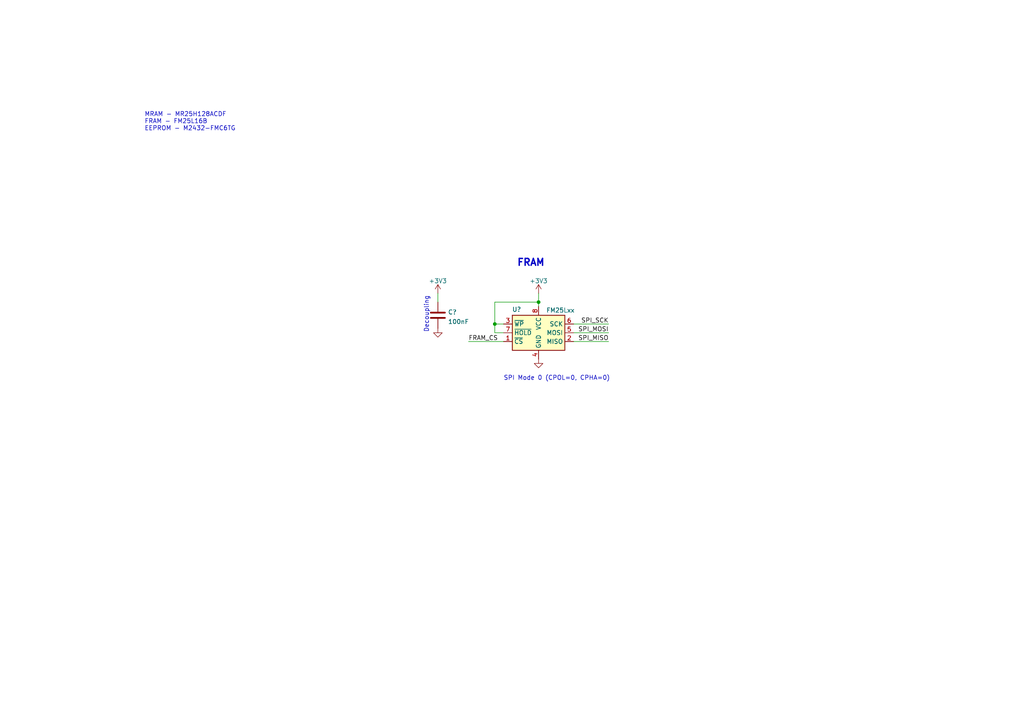
<source format=kicad_sch>
(kicad_sch (version 20211123) (generator eeschema)
  (paper "A4")
  (lib_symbols
    (symbol "Device:C" (pin_numbers hide) (pin_names (offset 0.254))
      (property "Reference" "C" (at 0.635 2.54 0))
      (property "Value" "C" (at 0.635 -2.54 0))
      (symbol "C_0_1"
        (polyline (pts (xy -2.032 -0.762) (xy 2.032 -0.762)) (stroke (width 0.508)))
        (polyline (pts (xy -2.032 0.762) (xy 2.032 0.762)) (stroke (width 0.508)))
      )
      (symbol "C_1_1"
        (pin passive line (at 0 3.81 270) (length 2.794) (name "~") (number "1"))
        (pin passive line (at 0 -3.81 90) (length 2.794) (name "~") (number "2"))
      )
    )
    (symbol "TCY_memory:FM25Lxx"
      (property "Reference" "U" (at -7.62 6.35 0))
      (property "Value" "FM25Lxx" (at 2.54 -6.35 0))
      (symbol "FM25Lxx_1_1"
        (rectangle (start -7.62 5.08) (end 7.62 -5.08) (stroke (width 0.254)) (fill (type background)))
        (pin input line (at -10.16 -2.54 0) (length 2.54) (name "~{CS}") (number "1"))
        (pin tri_state line (at 10.16 -2.54 180) (length 2.54) (name "MISO") (number "2"))
        (pin input line (at -10.16 2.54 0) (length 2.54) (name "~{WP}") (number "3"))
        (pin power_in line (at 0 -7.62 90) (length 2.54) (name "GND") (number "4"))
        (pin input line (at 10.16 0 180) (length 2.54) (name "MOSI") (number "5"))
        (pin input line (at 10.16 2.54 180) (length 2.54) (name "SCK") (number "6"))
        (pin input line (at -10.16 0 0) (length 2.54) (name "~{HOLD}") (number "7"))
        (pin power_in line (at 0 7.62 270) (length 2.54) (name "VCC") (number "8"))
        (pin passive line (at 0 -7.62 90) (length 2.54) hide (name "GND") (number "9"))
      )
    )
    (symbol "power:+3.3V" (power) (pin_names (offset 0))
      (property "Value" "+3.3V" (at 0 3.556 0))
      (symbol "+3.3V_0_1"
        (polyline (pts (xy -0.762 1.27) (xy 0 2.54)))
        (polyline (pts (xy 0 0) (xy 0 2.54)))
        (polyline (pts (xy 0 2.54) (xy 0.762 1.27)))
      )
      (symbol "+3.3V_1_1"
        (pin power_in line (at 0 0 90) (length 0) hide (name "+3V3") (number "1"))
      )
    )
    (symbol "power:GND" (power) (pin_names (offset 0))
      (property "Value" "GND" (at 0 -3.81 0))
      (symbol "GND_0_1"
        (polyline (pts (xy 0 0) (xy 0 -1.27) (xy 1.27 -1.27) (xy 0 -2.54) (xy -1.27 -1.27) (xy 0 -1.27)))
      )
      (symbol "GND_1_1"
        (pin power_in line (at 0 0 270) (length 0) hide (name "GND") (number "1"))
      )
    )
  )
  (junction (at 156.21 87.63) (diameter 0.9144))
  (junction (at 143.51 93.98) (diameter 0.9144))
  (wire (pts (xy 143.51 93.98) (xy 146.05 93.98)))
  (wire (pts (xy 146.05 96.52) (xy 143.51 96.52)))
  (wire (pts (xy 176.53 96.52) (xy 166.37 96.52)))
  (wire (pts (xy 176.53 93.98) (xy 166.37 93.98)))
  (wire (pts (xy 143.51 87.63) (xy 156.21 87.63)))
  (wire (pts (xy 143.51 93.98) (xy 143.51 87.63)))
  (wire (pts (xy 156.21 85.09) (xy 156.21 87.63)))
  (wire (pts (xy 135.89 99.06) (xy 146.05 99.06)))
  (wire (pts (xy 143.51 96.52) (xy 143.51 93.98)))
  (wire (pts (xy 127 85.09) (xy 127 87.63)))
  (wire (pts (xy 156.21 87.63) (xy 156.21 88.9)))
  (wire (pts (xy 176.53 99.06) (xy 166.37 99.06)))
  (text "MRAM - MR25H128ACDF\nFRAM - FM25L16B\nEEPROM - M2432-FMC6TG" (at 41.91 38.1 0) (effects (font (size 1.27 1.27)) (justify left bottom)))
  (text "Decoupling" (at 124.46 96.52 90) (effects (font (size 1.27 1.27)) (justify left bottom)))
  (text "FRAM" (at 149.86 77.47 0) (effects (font (size 2 2) (thickness 0.4) bold) (justify left bottom)))
  (text "SPI Mode 0 (CPOL=0, CPHA=0)" (at 146.05 110.49 0) (effects (font (size 1.27 1.27)) (justify left bottom)))
  (label "FRAM_CS" (at 135.89 99.06 0))
  (label "SPI_SCK" (at 176.53 93.98 180))
  (label "SPI_MISO" (at 176.53 99.06 180))
  (label "SPI_MOSI" (at 176.53 96.52 180))
  (symbol (lib_id "Device:C") (at 127 91.44 0) (unit 1)
    (property "Reference" "C?" (at 129.9211 90.5315 0) (effects (justify left)))
    (property "Value" "100nF" (at 129.9211 93.3066 0) (effects (justify left)))
    (property "Footprint" "TCY_passives:C_0603_1608Metric" (effects hide))
  )
  (symbol (lib_id "power:GND") (at 156.21 104.14 0) (unit 1)
    (property "Reference" "#PWR?" (effects hide))
    (property "Value" "GND" (effects hide))
  )
  (symbol (lib_id "TCY_memory:FM25Lxx") (at 156.21 96.52 0) (unit 1)
    (property "Reference" "U?" (at 149.86 89.7594 0))
    (property "Value" "FM25Lxx" (at 162.56 89.9945 0))
    (property "Footprint" "TCY_IC:DFN-8-1EP_4.5x4mm_P0.95mm_EP3.6x2.6mm" (effects hide))
    (property "Datasheet" "https://www.cypress.com/file/136516/download" (effects hide))
  )
  (symbol (lib_id "power:+3.3V") (at 156.21 85.09 0) (unit 1)
    (property "Reference" "#PWR?" (effects hide))
    (property "Value" "+3.3V" (at 156.21 81.4855 0))
  )
  (symbol (lib_id "power:+3.3V") (at 127 85.09 0) (unit 1)
    (property "Reference" "#PWR?" (effects hide))
    (property "Value" "+3.3V" (at 127 81.4855 0))
  )
  (symbol (lib_id "power:GND") (at 127 95.25 0) (unit 1)
    (property "Reference" "#PWR?" (effects hide))
    (property "Value" "GND" (effects hide))
  )
)
</source>
